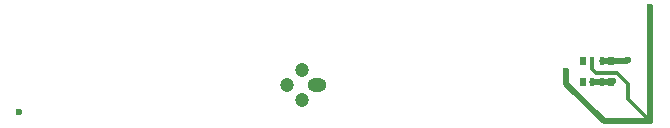
<source format=gbr>
%TF.GenerationSoftware,KiCad,Pcbnew,8.0.5*%
%TF.CreationDate,2024-12-28T23:53:34+01:00*%
%TF.ProjectId,LM399_voltage_reference,4c4d3339-395f-4766-9f6c-746167655f72,rev?*%
%TF.SameCoordinates,Original*%
%TF.FileFunction,Copper,L2,Bot*%
%TF.FilePolarity,Positive*%
%FSLAX46Y46*%
G04 Gerber Fmt 4.6, Leading zero omitted, Abs format (unit mm)*
G04 Created by KiCad (PCBNEW 8.0.5) date 2024-12-28 23:53:34*
%MOMM*%
%LPD*%
G01*
G04 APERTURE LIST*
%TA.AperFunction,ComponentPad*%
%ADD10O,1.600000X1.200000*%
%TD*%
%TA.AperFunction,ComponentPad*%
%ADD11C,1.200000*%
%TD*%
%TA.AperFunction,SMDPad,CuDef*%
%ADD12R,0.500000X0.800000*%
%TD*%
%TA.AperFunction,SMDPad,CuDef*%
%ADD13R,0.400000X0.800000*%
%TD*%
%TA.AperFunction,ViaPad*%
%ADD14C,0.600000*%
%TD*%
%TA.AperFunction,Conductor*%
%ADD15C,0.500000*%
%TD*%
%TA.AperFunction,Conductor*%
%ADD16C,0.300000*%
%TD*%
G04 APERTURE END LIST*
D10*
%TO.P,U1,1*%
%TO.N,Net-(U2-+)*%
X201270000Y-100000000D03*
D11*
%TO.P,U1,2*%
%TO.N,GND*%
X200000000Y-98730000D03*
%TO.P,U1,3*%
%TO.N,vcc*%
X198730000Y-100000000D03*
%TO.P,U1,4*%
%TO.N,GND*%
X200000000Y-101270000D03*
%TD*%
D12*
%TO.P,RN1,1,R1.1*%
%TO.N,Net-(RN1-R1.1)*%
X226202500Y-99800000D03*
D13*
%TO.P,RN1,2,R2.1*%
X225402500Y-99800000D03*
%TO.P,RN1,3,R3.1*%
X224602500Y-99800000D03*
D12*
%TO.P,RN1,4,R4.1*%
%TO.N,unconnected-(RN1-R4.1-Pad4)*%
X223802500Y-99800000D03*
%TO.P,RN1,5,R4.2*%
%TO.N,unconnected-(RN1-R4.2-Pad5)*%
X223802500Y-98000000D03*
D13*
%TO.P,RN1,6,R3.2*%
%TO.N,GND*%
X224602500Y-98000000D03*
%TO.P,RN1,7,R2.2*%
%TO.N,Net-(RN1-R1.2)*%
X225402500Y-98000000D03*
D12*
%TO.P,RN1,8,R1.2*%
X226202500Y-98000000D03*
%TD*%
D14*
%TO.N,GND*%
X176100000Y-102300000D03*
X222400000Y-98800000D03*
X229500000Y-103102082D03*
X229465000Y-93400000D03*
%TO.N,Net-(RN1-R1.2)*%
X227600000Y-97900000D03*
%TO.N,Net-(RN1-R1.1)*%
X226330000Y-99670000D03*
%TD*%
D15*
%TO.N,GND*%
X229500000Y-103102082D02*
X229465000Y-103067082D01*
D16*
X227600000Y-99900000D02*
X227600000Y-101198959D01*
D15*
X225552500Y-103100000D02*
X222400000Y-99947500D01*
D16*
X227600000Y-101198959D02*
X227598959Y-101200000D01*
X229500000Y-103101041D02*
X229500000Y-103102082D01*
X226700000Y-99000000D02*
X227600000Y-99900000D01*
D15*
X229500000Y-103102082D02*
X229497918Y-103100000D01*
D16*
X227598959Y-101200000D02*
X229500000Y-103101041D01*
X224602500Y-98700000D02*
X224902500Y-99000000D01*
X224602500Y-98000000D02*
X224602500Y-98700000D01*
X224902500Y-99000000D02*
X226700000Y-99000000D01*
D15*
X222400000Y-99947500D02*
X222400000Y-98800000D01*
X229465000Y-103067082D02*
X229465000Y-93400000D01*
X229497918Y-103100000D02*
X225552500Y-103100000D01*
%TO.N,Net-(RN1-R1.2)*%
X226202500Y-98000000D02*
X227500000Y-98000000D01*
X227500000Y-98000000D02*
X227600000Y-97900000D01*
X225402500Y-98000000D02*
X226202500Y-98000000D01*
%TO.N,Net-(RN1-R1.1)*%
X226200000Y-99800000D02*
X224602500Y-99800000D01*
X226330000Y-99670000D02*
X226200000Y-99800000D01*
%TD*%
M02*

</source>
